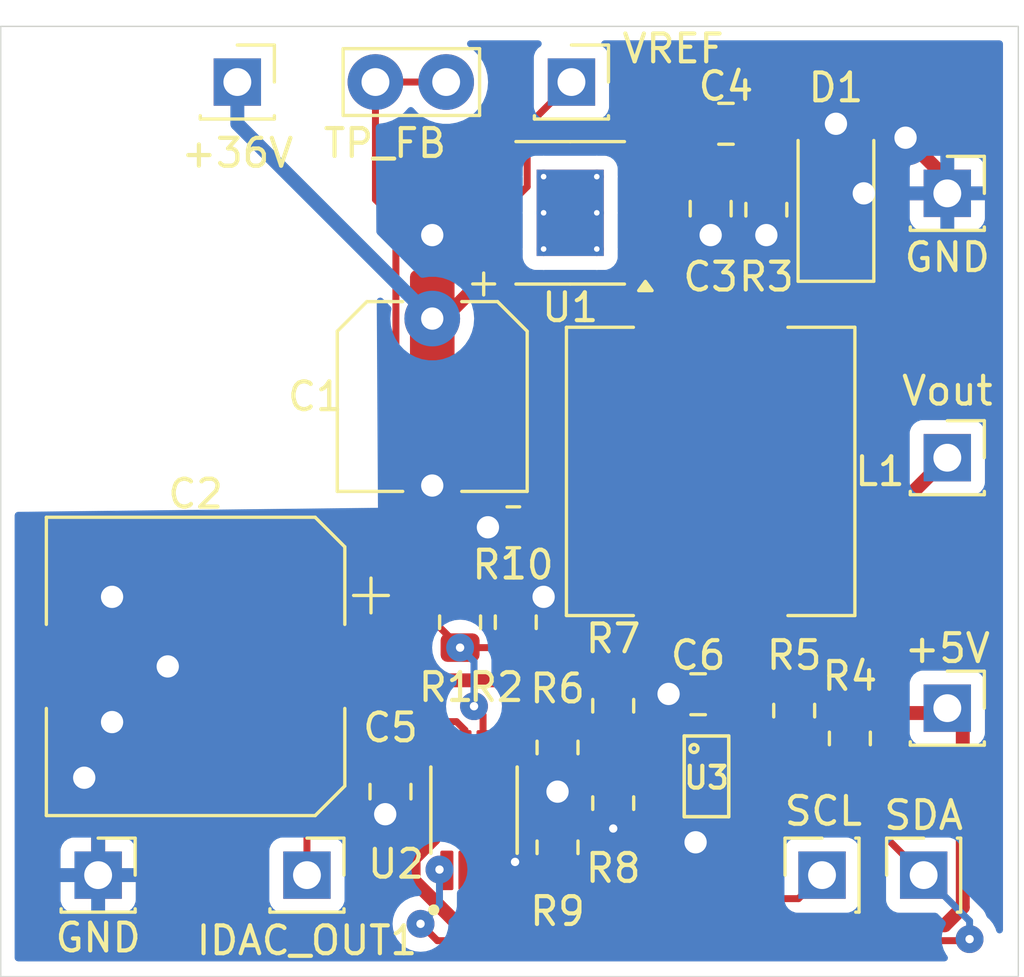
<source format=kicad_pcb>
(kicad_pcb (version 20240108) (generator "pcbnew") (generator_version "8.0")
  (layers (0 "F.Cu" signal) (31 "B.Cu" signal) (34 "B.Paste" user) (35 "F.Paste" user) (36 "B.SilkS" user "B.Silkscreen") (37 "F.SilkS" user "F.Silkscreen") (38 "B.Mask" user) (39 "F.Mask" user) (44 "Edge.Cuts" user))
  (net 0 "")
  (net 1 "+36V")
  (net 2 "GND")
  (net 3 "Net-(U1-COMP)")
  (net 4 "Net-(C4-Pad2)")
  (net 5 "+5V")
  (net 6 "/SCL")
  (net 7 "/SDA")
  (net 8 "Net-(J3-Pin_1)")
  (net 9 "Net-(J6-Pin_1)")
  (net 10 "Net-(U1-FB)")
  (net 11 "Net-(U2-FS0)")
  (net 12 "Net-(U3-AIN)")
  (net 13 "Net-(U2-FS1)")
  (net 15 "/Vout")
  (net 16 "/Vbuck_out")
  (footprint "Resistor_SMD:R_0805_2012Metric" (layer "F.Cu") (at 177.5 117.5875 90)
    (property "Reference" "R5" (at 1.9875 0 180) (layer "F.SilkS"))
    (property "Value" "4.7k")
    (fp_line (start -0.227064 -0.735) (end 0.227064 -0.735) (stroke (width 0.12)) (layer "F.SilkS"))
    (fp_line (start -0.227064 0.735) (end 0.227064 0.735) (stroke (width 0.12)) (layer "F.SilkS"))
    (pad "1" smd roundrect (at -0.9125 0 90) (size 1.025 1.4) (layers "F.Cu" "F.Paste" "F.Mask") (roundrect_rratio 0.243902) (net 6 "/SCL"))
    (pad "2" smd roundrect (at 0.9125 0 90) (size 1.025 1.4) (layers "F.Cu" "F.Paste" "F.Mask") (roundrect_rratio 0.243902) (net 5 "+5V"))
  )
  (footprint "Capacitor_SMD:C_0805_2012Metric" (layer "F.Cu") (at 175.05 96.5)
    (property "Reference" "C4" (at 0 -1.35 0) (layer "F.SilkS"))
    (property "Value" "22n")
    (fp_line (start -0.261252 -0.735) (end 0.261252 -0.735) (stroke (width 0.12)) (layer "F.SilkS"))
    (fp_line (start -0.261252 0.735) (end 0.261252 0.735) (stroke (width 0.12)) (layer "F.SilkS"))
    (pad "1" smd roundrect (at -0.95 0) (size 1 1.45) (layers "F.Cu" "F.Paste" "F.Mask") (net 3 "Net-(U1-COMP)"))
    (pad "2" smd roundrect (at 0.95 0) (size 1 1.45) (layers "F.Cu" "F.Paste" "F.Mask") (net 4 "Net-(C4-Pad2)"))
  )
  (footprint "Connector_PinSocket_2.54mm:PinSocket_1x01_P2.54mm_Vertical" (layer "F.Cu") (at 152.5 123.5)
    (property "Reference" "GND" (at 0 2.25 0) (layer "F.SilkS"))
    (property "Value" "GND")
    (fp_line (start -1.33 1.21) (end -1.33 1.33) (stroke (width 0.12)) (layer "F.SilkS"))
    (fp_line (start -1.33 1.33) (end 1.33 1.33) (stroke (width 0.12)) (layer "F.SilkS"))
    (fp_line (start 0 -1.33) (end 1.33 -1.33) (stroke (width 0.12)) (layer "F.SilkS"))
    (fp_line (start 1.33 -1.33) (end 1.33 0) (stroke (width 0.12)) (layer "F.SilkS"))
    (fp_line (start 1.33 1.21) (end 1.33 1.33) (stroke (width 0.12)) (layer "F.SilkS"))
    (pad "1" thru_hole rect (at 0 0) (size 1.7 1.7) (drill 1) (layers "*.Cu" "*.Mask") (net 2 "GND"))
  )
  (footprint "Resistor_SMD:R_0805_2012Metric" (layer "F.Cu") (at 169 118.9125 90)
    (property "Reference" "R6" (at 2.1125 0 180) (layer "F.SilkS"))
    (property "Value" "80k")
    (fp_line (start -0.227064 -0.735) (end 0.227064 -0.735) (stroke (width 0.12)) (layer "F.SilkS"))
    (fp_line (start -0.227064 0.735) (end 0.227064 0.735) (stroke (width 0.12)) (layer "F.SilkS"))
    (pad "1" smd roundrect (at -0.9125 0 90) (size 1.025 1.4) (layers "F.Cu" "F.Paste" "F.Mask") (roundrect_rratio 0.243902) (net 2 "GND"))
    (pad "2" smd roundrect (at 0.9125 0 90) (size 1.025 1.4) (layers "F.Cu" "F.Paste" "F.Mask") (roundrect_rratio 0.243902) (net 11 "Net-(U2-FS0)"))
  )
  (footprint "Resistor_SMD:R_0805_2012Metric" (layer "F.Cu") (at 171 120.9125 -90)
    (property "Reference" "R8" (at 2.3375 0 180) (layer "F.SilkS"))
    (property "Value" "20k")
    (fp_line (start -0.227064 0.735) (end 0.227064 0.735) (stroke (width 0.12)) (layer "F.SilkS"))
    (fp_line (start -0.227064 -0.735) (end 0.227064 -0.735) (stroke (width 0.12)) (layer "F.SilkS"))
    (pad "1" smd roundrect (at -0.9125 0 270) (size 1.025 1.4) (layers "F.Cu" "F.Paste" "F.Mask") (roundrect_rratio 0.243902) (net 12 "Net-(U3-AIN)"))
    (pad "2" smd roundrect (at 0.9125 0 270) (size 1.025 1.4) (layers "F.Cu" "F.Paste" "F.Mask") (roundrect_rratio 0.243902) (net 2 "GND"))
  )
  (footprint "Resistor_SMD:R_0805_2012Metric" (layer "F.Cu") (at 169 122.5 -90)
    (property "Reference" "R9" (at 2.3 0 360) (layer "F.SilkS"))
    (property "Value" "80k")
    (fp_line (start -0.227064 0.735) (end 0.227064 0.735) (stroke (width 0.12)) (layer "F.SilkS"))
    (fp_line (start -0.227064 -0.735) (end 0.227064 -0.735) (stroke (width 0.12)) (layer "F.SilkS"))
    (pad "1" smd roundrect (at -0.9125 0 270) (size 1.025 1.4) (layers "F.Cu" "F.Paste" "F.Mask") (roundrect_rratio 0.243902) (net 2 "GND"))
    (pad "2" smd roundrect (at 0.9125 0 270) (size 1.025 1.4) (layers "F.Cu" "F.Paste" "F.Mask") (roundrect_rratio 0.243902) (net 13 "Net-(U2-FS1)"))
  )
  (footprint "Connector_PinSocket_2.54mm:PinSocket_1x01_P2.54mm_Vertical" (layer "F.Cu") (at 157.5 95)
    (property "Reference" "+36V" (at 0 2.55 0) (layer "F.SilkS"))
    (property "Value" "+36V")
    (fp_line (start -1.33 1.21) (end -1.33 1.33) (stroke (width 0.12)) (layer "F.SilkS"))
    (fp_line (start -1.33 1.33) (end 1.33 1.33) (stroke (width 0.12)) (layer "F.SilkS"))
    (fp_line (start 0 -1.33) (end 1.33 -1.33) (stroke (width 0.12)) (layer "F.SilkS"))
    (fp_line (start 1.33 -1.33) (end 1.33 0) (stroke (width 0.12)) (layer "F.SilkS"))
    (fp_line (start 1.33 1.21) (end 1.33 1.33) (stroke (width 0.12)) (layer "F.SilkS"))
    (pad "1" thru_hole rect (at 0 0) (size 1.7 1.7) (drill 1) (layers "*.Cu" "*.Mask") (net 1 "+36V"))
  )
  (footprint "Resistor_SMD:R_0805_2012Metric" (layer "F.Cu") (at 176.5 99.5875 -90)
    (property "Reference" "R3" (at 2.4125 0 180) (layer "F.SilkS"))
    (property "Value" "4.7k")
    (fp_line (start -0.227064 0.735) (end 0.227064 0.735) (stroke (width 0.12)) (layer "F.SilkS"))
    (fp_line (start -0.227064 -0.735) (end 0.227064 -0.735) (stroke (width 0.12)) (layer "F.SilkS"))
    (pad "1" smd roundrect (at -0.9125 0 270) (size 1.025 1.4) (layers "F.Cu" "F.Paste" "F.Mask") (roundrect_rratio 0.243902) (net 4 "Net-(C4-Pad2)"))
    (pad "2" smd roundrect (at 0.9125 0 270) (size 1.025 1.4) (layers "F.Cu" "F.Paste" "F.Mask") (roundrect_rratio 0.243902) (net 2 "GND"))
  )
  (footprint "Resistor_SMD:R_0805_2012Metric" (layer "F.Cu") (at 167.5 114.4125 90)
    (property "Reference" "R2" (at -2.3375 -0.7 180) (layer "F.SilkS"))
    (property "Value" "100k")
    (fp_line (start -0.227064 -0.735) (end 0.227064 -0.735) (stroke (width 0.12)) (layer "F.SilkS"))
    (fp_line (start -0.227064 0.735) (end 0.227064 0.735) (stroke (width 0.12)) (layer "F.SilkS"))
    (pad "1" smd roundrect (at -0.9125 0 90) (size 1.025 1.4) (layers "F.Cu" "F.Paste" "F.Mask") (roundrect_rratio 0.243902) (net 10 "Net-(U1-FB)"))
    (pad "2" smd roundrect (at 0.9125 0 90) (size 1.025 1.4) (layers "F.Cu" "F.Paste" "F.Mask") (roundrect_rratio 0.243902) (net 2 "GND"))
  )
  (footprint "Connector_PinSocket_2.54mm:PinSocket_1x01_P2.54mm_Vertical" (layer "F.Cu") (at 169.5 95)
    (property "Reference" "VREF" (at 3.65 -1.2 0) (layer "F.SilkS"))
    (property "Value" "VREF")
    (fp_line (start -1.33 1.21) (end -1.33 1.33) (stroke (width 0.12)) (layer "F.SilkS"))
    (fp_line (start -1.33 1.33) (end 1.33 1.33) (stroke (width 0.12)) (layer "F.SilkS"))
    (fp_line (start 0 -1.33) (end 1.33 -1.33) (stroke (width 0.12)) (layer "F.SilkS"))
    (fp_line (start 1.33 -1.33) (end 1.33 0) (stroke (width 0.12)) (layer "F.SilkS"))
    (fp_line (start 1.33 1.21) (end 1.33 1.33) (stroke (width 0.12)) (layer "F.SilkS"))
    (pad "1" thru_hole rect (at 0 0) (size 1.7 1.7) (drill 1) (layers "*.Cu" "*.Mask") (net 8 "Net-(J3-Pin_1)"))
  )
  (footprint "Resistor_SMD:R_0805_2012Metric" (layer "F.Cu") (at 167.4125 111 180)
    (property "Reference" "R10" (at 0.0125 -1.35 360) (layer "F.SilkS"))
    (property "Value" "50k")
    (fp_line (start -0.227064 0.735) (end 0.227064 0.735) (stroke (width 0.12)) (layer "F.SilkS"))
    (fp_line (start -0.227064 -0.735) (end 0.227064 -0.735) (stroke (width 0.12)) (layer "F.SilkS"))
    (pad "1" smd roundrect (at -0.9125 0 180) (size 1.025 1.4) (layers "F.Cu" "F.Paste" "F.Mask") (roundrect_rratio 0.243902) (net 15 "/Vout"))
    (pad "2" smd roundrect (at 0.9125 0 180) (size 1.025 1.4) (layers "F.Cu" "F.Paste" "F.Mask") (roundrect_rratio 0.243902) (net 2 "GND"))
  )
  (footprint "Resistor_SMD:R_0805_2012Metric" (layer "F.Cu") (at 165.5 114.4125 -90)
    (property "Reference" "R1" (at 2.3375 0.5 180) (layer "F.SilkS"))
    (property "Value" "300k")
    (fp_line (start -0.227064 0.735) (end 0.227064 0.735) (stroke (width 0.12)) (layer "F.SilkS"))
    (fp_line (start -0.227064 -0.735) (end 0.227064 -0.735) (stroke (width 0.12)) (layer "F.SilkS"))
    (pad "1" smd roundrect (at -0.9125 0 270) (size 1.025 1.4) (layers "F.Cu" "F.Paste" "F.Mask") (roundrect_rratio 0.243902) (net 15 "/Vout"))
    (pad "2" smd roundrect (at 0.9125 0 270) (size 1.025 1.4) (layers "F.Cu" "F.Paste" "F.Mask") (roundrect_rratio 0.243902) (net 10 "Net-(U1-FB)"))
  )
  (footprint "Capacitor_SMD:CP_Elec_10x14.3" (layer "F.Cu") (at 156 116 180)
    (property "Reference" "C2" (at 0 6.2 180) (layer "F.SilkS"))
    (property "Value" "220u")
    (fp_line (start 5.36 5.36) (end 5.36 1.51) (stroke (width 0.12)) (layer "F.SilkS"))
    (fp_line (start 5.36 -5.36) (end 5.36 -1.51) (stroke (width 0.12)) (layer "F.SilkS"))
    (fp_line (start -4.295563 5.36) (end 5.36 5.36) (stroke (width 0.12)) (layer "F.SilkS"))
    (fp_line (start -4.295563 -5.36) (end 5.36 -5.36) (stroke (width 0.12)) (layer "F.SilkS"))
    (fp_line (start -5.36 4.295563) (end -4.295563 5.36) (stroke (width 0.12)) (layer "F.SilkS"))
    (fp_line (start -5.36 4.295563) (end -5.36 1.51) (stroke (width 0.12)) (layer "F.SilkS"))
    (fp_line (start -5.36 -4.295563) (end -4.295563 -5.36) (stroke (width 0.12)) (layer "F.SilkS"))
    (fp_line (start -5.36 -4.295563) (end -5.36 -1.51) (stroke (width 0.12)) (layer "F.SilkS"))
    (fp_line (start -6.3 1.925) (end -6.3 3.175) (stroke (width 0.12)) (layer "F.SilkS"))
    (fp_line (start -6.925 2.55) (end -5.675 2.55) (stroke (width 0.12)) (layer "F.SilkS"))
    (pad "1" smd roundrect (at -4.2 0 180) (size 4.4 2.5) (layers "F.Cu" "F.Paste" "F.Mask") (roundrect_rratio 0.1) (net 15 "/Vout"))
    (pad "2" smd roundrect (at 4.2 0 180) (size 4.4 2.5) (layers "F.Cu" "F.Paste" "F.Mask") (roundrect_rratio 0.1) (net 2 "GND"))
  )
  (footprint "Connector_PinSocket_2.54mm:PinSocket_1x01_P2.54mm_Vertical" (layer "F.Cu") (at 183 99)
    (property "Reference" "GND" (at 0 2.3 0) (layer "F.SilkS"))
    (property "Value" "GND")
    (fp_line (start -1.33 1.21) (end -1.33 1.33) (stroke (width 0.12)) (layer "F.SilkS"))
    (fp_line (start -1.33 1.33) (end 1.33 1.33) (stroke (width 0.12)) (layer "F.SilkS"))
    (fp_line (start 0 -1.33) (end 1.33 -1.33) (stroke (width 0.12)) (layer "F.SilkS"))
    (fp_line (start 1.33 -1.33) (end 1.33 0) (stroke (width 0.12)) (layer "F.SilkS"))
    (fp_line (start 1.33 1.21) (end 1.33 1.33) (stroke (width 0.12)) (layer "F.SilkS"))
    (pad "1" thru_hole rect (at 0 0) (size 1.7 1.7) (drill 1) (layers "*.Cu" "*.Mask") (net 2 "GND"))
  )
  (footprint "libjan:SOP65P490X110-8N" (layer "F.Cu") (at 166 121.165 90)
    (property "Reference" "U2" (at -1.935 -2.8 180) (layer "F.SilkS"))
    (property "Value" "DS4432U_")
    (fp_line (start -1.55 -1.55) (end 1.55 -1.55) (stroke (width 0.127)) (layer "F.SilkS"))
    (fp_line (start -1.55 1.55) (end 1.55 1.55) (stroke (width 0.127)) (layer "F.SilkS"))
    (fp_circle (center -3.585 -1.445) (end -3.485 -1.445) (stroke (width 0.2)) (fill none) (layer "F.SilkS"))
    (pad "1" smd roundrect (at -2.165 -0.975 90) (size 1.42 0.47) (layers "F.Cu" "F.Paste" "F.Mask") (roundrect_rratio 0.125) (net 7 "/SDA"))
    (pad "2" smd roundrect (at -2.165 -0.325 90) (size 1.42 0.47) (layers "F.Cu" "F.Paste" "F.Mask") (roundrect_rratio 0.125) (net 6 "/SCL"))
    (pad "3" smd roundrect (at -2.165 0.325 90) (size 1.42 0.47) (layers "F.Cu" "F.Paste" "F.Mask") (roundrect_rratio 0.125) (net 13 "Net-(U2-FS1)"))
    (pad "4" smd roundrect (at -2.165 0.975 90) (size 1.42 0.47) (layers "F.Cu" "F.Paste" "F.Mask") (roundrect_rratio 0.125) (net 2 "GND"))
    (pad "5" smd roundrect (at 2.165 0.975 90) (size 1.42 0.47) (layers "F.Cu" "F.Paste" "F.Mask") (roundrect_rratio 0.125) (net 11 "Net-(U2-FS0)"))
    (pad "6" smd roundrect (at 2.165 0.325 90) (size 1.42 0.47) (layers "F.Cu" "F.Paste" "F.Mask") (roundrect_rratio 0.125) (net 10 "Net-(U1-FB)"))
    (pad "7" smd roundrect (at 2.165 -0.325 90) (size 1.42 0.47) (layers "F.Cu" "F.Paste" "F.Mask") (roundrect_rratio 0.125) (net 9 "Net-(J6-Pin_1)"))
    (pad "8" smd roundrect (at 2.165 -0.975 90) (size 1.42 0.47) (layers "F.Cu" "F.Paste" "F.Mask") (roundrect_rratio 0.125) (net 5 "+5V"))
  )
  (footprint "Inductor_SMD:L_Vishay_IHLP-4040" (layer "F.Cu") (at 174.5 108.9925 -90)
    (property "Reference" "L1" (at 0 -6.08 180) (layer "F.SilkS"))
    (property "Value" "15u")
    (fp_line (start -5.18 5.18) (end 5.18 5.18) (stroke (width 0.12)) (layer "F.SilkS"))
    (fp_line (start 5.18 5.18) (end 5.18 2.775) (stroke (width 0.12)) (layer "F.SilkS"))
    (fp_line (start -5.18 2.775) (end -5.18 5.18) (stroke (width 0.12)) (layer "F.SilkS"))
    (fp_line (start -5.18 -2.775) (end -5.18 -5.18) (stroke (width 0.12)) (layer "F.SilkS"))
    (fp_line (start -5.18 -5.18) (end 5.18 -5.18) (stroke (width 0.12)) (layer "F.SilkS"))
    (fp_line (start 5.18 -5.18) (end 5.18 -2.775) (stroke (width 0.12)) (layer "F.SilkS"))
    (pad "1" smd rect (at -4.5075 0 270) (size 3.175 4.95) (layers "F.Cu" "F.Paste" "F.Mask") (net 16 "/Vbuck_out"))
    (pad "2" smd rect (at 4.5075 0 270) (size 3.175 4.95) (layers "F.Cu" "F.Paste" "F.Mask") (net 15 "/Vout"))
  )
  (footprint "Resistor_SMD:R_0805_2012Metric" (layer "F.Cu") (at 179.5 118.5875 90)
    (property "Reference" "R4" (at 2.2375 0 180) (layer "F.SilkS"))
    (property "Value" "4.7k")
    (fp_line (start -0.227064 -0.735) (end 0.227064 -0.735) (stroke (width 0.12)) (layer "F.SilkS"))
    (fp_line (start -0.227064 0.735) (end 0.227064 0.735) (stroke (width 0.12)) (layer "F.SilkS"))
    (pad "1" smd roundrect (at -0.9125 0 90) (size 1.025 1.4) (layers "F.Cu" "F.Paste" "F.Mask") (roundrect_rratio 0.243902) (net 7 "/SDA"))
    (pad "2" smd roundrect (at 0.9125 0 90) (size 1.025 1.4) (layers "F.Cu" "F.Paste" "F.Mask") (roundrect_rratio 0.243902) (net 5 "+5V"))
  )
  (footprint "TestPoint:TestPoint_Bridge_Pitch2.54mm_Drill1.0mm" (layer "F.Cu") (at 165 95 180)
    (property "Reference" "TP_FB" (at 2.2 -2.2 0) (layer "F.SilkS"))
    (property "Value" "Test_FB")
    (fp_line (start 3.7 1.2) (end 3.7 -1.2) (stroke (width 0.12)) (layer "F.SilkS"))
    (fp_line (start 3.7 -1.2) (end -1.2 -1.2) (stroke (width 0.12)) (layer "F.SilkS"))
    (fp_line (start -1.2 1.2) (end 3.7 1.2) (stroke (width 0.12)) (layer "F.SilkS"))
    (fp_line (start -1.2 -1.2) (end -1.2 1.2) (stroke (width 0.12)) (layer "F.SilkS"))
    (pad "1" thru_hole circle (at 0 0 180) (size 2 2) (drill 1) (layers "*.Cu" "*.Mask") (net 10 "Net-(U1-FB)"))
    (pad "1" thru_hole circle (at 2.54 0 180) (size 2 2) (drill 1) (layers "*.Cu" "*.Mask") (net 10 "Net-(U1-FB)"))
  )
  (footprint "Package_SO:HSOP-8-1EP_3.9x4.9mm_P1.27mm_EP2.41x3.1mm_ThermalVias" (layer "F.Cu") (at 169.455 99.7 180)
    (property "Reference" "U1" (at 0 -3.4 360) (layer "F.SilkS"))
    (property "Value" "L5973D")
    (fp_line (start 0 2.56) (end 1.95 2.56) (stroke (width 0.12)) (layer "F.SilkS"))
    (fp_line (start 0 2.56) (end -1.95 2.56) (stroke (width 0.12)) (layer "F.SilkS"))
    (fp_line (start 0 -2.56) (end 1.95 -2.56) (stroke (width 0.12)) (layer "F.SilkS"))
    (fp_line (start 0 -2.56) (end -1.95 -2.56) (stroke (width 0.12)) (layer "F.SilkS"))
    (fp_poly (pts (xy -2.7 -2.465) (xy -2.94 -2.795) (xy -2.46 -2.795) (xy -2.7 -2.465)) (stroke (width 0.12)) (fill solid) (layer "F.SilkS"))
    (pad "1" smd roundrect (at -2.65 -1.905 180) (size 1.6 0.6) (layers "F.Cu" "F.Paste" "F.Mask") (net 16 "/Vbuck_out"))
    (pad "2" smd roundrect (at -2.65 -0.635 180) (size 1.6 0.6) (layers "F.Cu" "F.Paste" "F.Mask"))
    (pad "3" smd roundrect (at -2.65 0.635 180) (size 1.6 0.6) (layers "F.Cu" "F.Paste" "F.Mask") (net 2 "GND"))
    (pad "4" smd roundrect (at -2.65 1.905 180) (size 1.6 0.6) (layers "F.Cu" "F.Paste" "F.Mask") (net 3 "Net-(U1-COMP)"))
    (pad "5" smd roundrect (at 2.65 1.905 180) (size 1.6 0.6) (layers "F.Cu" "F.Paste" "F.Mask") (net 10 "Net-(U1-FB)"))
    (pad "6" smd roundrect (at 2.65 0.635 180) (size 1.6 0.6) (layers "F.Cu" "F.Paste" "F.Mask") (net 8 "Net-(J3-Pin_1)"))
    (pad "7" smd roundrect (at 2.65 -0.635 180) (size 1.6 0.6) (layers "F.Cu" "F.Paste" "F.Mask") (net 2 "GND"))
    (pad "8" smd roundrect (at 2.65 -1.905 180) (size 1.6 0.6) (layers "F.Cu" "F.Paste" "F.Mask") (net 1 "+36V"))
    (pad "9" thru_hole circle (at -0.955 -1.3 180) (size 0.5 0.5) (drill 0.2) (property pad_prop_heatsink) (layers "*.Cu"))
    (pad "9" thru_hole circle (at -0.955 0 180) (size 0.5 0.5) (drill 0.2) (property pad_prop_heatsink) (layers "*.Cu"))
    (pad "9" thru_hole circle (at -0.955 1.3 180) (size 0.5 0.5) (drill 0.2) (property pad_prop_heatsink) (layers "*.Cu"))
    (pad "9" smd rect (at 0 0 180) (size 2.41 3.1) (property pad_prop_heatsink) (layers "F.Cu" "F.Mask"))
    (pad "9" smd rect (at 0 0 180) (size 2.41 3.1) (property pad_prop_heatsink) (layers "B.Cu"))
    (pad "9" thru_hole circle (at 0.955 -1.3 180) (size 0.5 0.5) (drill 0.2) (property pad_prop_heatsink) (layers "*.Cu"))
    (pad "9" thru_hole circle (at 0.955 0 180) (size 0.5 0.5) (drill 0.2) (property pad_prop_heatsink) (layers "*.Cu"))
    (pad "9" thru_hole circle (at 0.955 1.3 180) (size 0.5 0.5) (drill 0.2) (property pad_prop_heatsink) (layers "*.Cu"))
  )
  (footprint "Capacitor_SMD:C_0805_2012Metric" (layer "F.Cu") (at 163 120.5 -90)
    (property "Reference" "C5" (at -2.3 0 180) (layer "F.SilkS"))
    (property "Value" "100n")
    (fp_line (start -0.261252 0.735) (end 0.261252 0.735) (stroke (width 0.12)) (layer "F.SilkS"))
    (fp_line (start -0.261252 -0.735) (end 0.261252 -0.735) (stroke (width 0.12)) (layer "F.SilkS"))
    (pad "1" smd roundrect (at -0.95 0 270) (size 1 1.45) (layers "F.Cu" "F.Paste" "F.Mask") (net 5 "+5V"))
    (pad "2" smd roundrect (at 0.95 0 270) (size 1 1.45) (layers "F.Cu" "F.Paste" "F.Mask") (net 2 "GND"))
  )
  (footprint "Diode_SMD:D_SOD-128" (layer "F.Cu") (at 179 99 90)
    (property "Reference" "D1" (at 3.8 0 180) (layer "F.SilkS"))
    (property "Value" "60V,3A")
    (fp_line (start -3.16 -1.36) (end 1.9 -1.36) (stroke (width 0.12)) (layer "F.SilkS"))
    (fp_line (start -3.16 -1.36) (end -3.16 1.36) (stroke (width 0.12)) (layer "F.SilkS"))
    (fp_line (start -3.16 1.36) (end 1.9 1.36) (stroke (width 0.12)) (layer "F.SilkS"))
    (pad "1" smd roundrect (at -2.2 0 90) (size 1.4 2.1) (layers "F.Cu" "F.Paste" "F.Mask") (roundrect_rratio 0.1785714286) (net 16 "/Vbuck_out"))
    (pad "2" smd roundrect (at 2.2 0 90) (size 1.4 2.1) (layers "F.Cu" "F.Paste" "F.Mask") (roundrect_rratio 0.1785714286) (net 2 "GND"))
  )
  (footprint "libjan:SOT-23" (layer "F.Cu") (at 174.35 119.95 -90)
    (property "Reference" "U3" (at 0.05 0 180) (layer "F.SilkS") (effects (font (size 0.787402 0.787402))))
    (property "Value" "MCP3021")
    (fp_line (start -1.45 0.8) (end -1.45 -0.8) (stroke (width 0.127)) (layer "F.SilkS"))
    (fp_line (start 1.45 0.8) (end -1.45 0.8) (stroke (width 0.127)) (layer "F.SilkS"))
    (fp_line (start -1.45 -0.8) (end 1.45 -0.8) (stroke (width 0.127)) (layer "F.SilkS"))
    (fp_line (start 1.45 -0.8) (end 1.45 0.8) (stroke (width 0.127)) (layer "F.SilkS"))
    (fp_circle (center -1 0.45) (end -0.858581 0.45) (stroke (width 0.127)) (fill none) (layer "F.SilkS"))
    (pad "P$1" smd rect (at -0.95 1.35 270) (size 0.55 1) (layers "F.Cu" "F.Paste" "F.Mask") (net 5 "+5V"))
    (pad "P$2" smd rect (at 0 1.35 270) (size 0.55 1) (layers "F.Cu" "F.Paste" "F.Mask") (net 2 "GND"))
    (pad "P$3" smd rect (at 0.95 1.35 270) (size 0.55 1) (layers "F.Cu" "F.Paste" "F.Mask") (net 12 "Net-(U3-AIN)"))
    (pad "P$4" smd rect (at 0.95 -1.35 270) (size 0.55 1) (layers "F.Cu" "F.Paste" "F.Mask") (net 7 "/SDA"))
    (pad "P$5" smd rect (at -0.95 -1.35 270) (size 0.55 1) (layers "F.Cu" "F.Paste" "F.Mask") (net 6 "/SCL"))
  )
  (footprint "Resistor_SMD:R_0805_2012Metric" (layer "F.Cu") (at 171 117.4125 -90)
    (property "Reference" "R7" (at -2.4125 0 180) (layer "F.SilkS"))
    (property "Value" "200k")
    (fp_line (start -0.227064 0.735) (end 0.227064 0.735) (stroke (width 0.12)) (layer "F.SilkS"))
    (fp_line (start -0.227064 -0.735) (end 0.227064 -0.735) (stroke (width 0.12)) (layer "F.SilkS"))
    (pad "1" smd roundrect (at -0.9125 0 270) (size 1.025 1.4) (layers "F.Cu" "F.Paste" "F.Mask") (roundrect_rratio 0.243902) (net 15 "/Vout"))
    (pad "2" smd roundrect (at 0.9125 0 270) (size 1.025 1.4) (layers "F.Cu" "F.Paste" "F.Mask") (roundrect_rratio 0.243902) (net 12 "Net-(U3-AIN)"))
  )
  (footprint "Capacitor_SMD:C_0805_2012Metric" (layer "F.Cu") (at 174.5 99.55 -90)
    (property "Reference" "C3" (at 2.45 0 180) (layer "F.SilkS"))
    (property "Value" "220p")
    (fp_line (start -0.261252 0.735) (end 0.261252 0.735) (stroke (width 0.12)) (layer "F.SilkS"))
    (fp_line (start -0.261252 -0.735) (end 0.261252 -0.735) (stroke (width 0.12)) (layer "F.SilkS"))
    (pad "1" smd roundrect (at -0.95 0 270) (size 1 1.45) (layers "F.Cu" "F.Paste" "F.Mask") (net 3 "Net-(U1-COMP)"))
    (pad "2" smd roundrect (at 0.95 0 270) (size 1 1.45) (layers "F.Cu" "F.Paste" "F.Mask") (net 2 "GND"))
  )
  (footprint "Connector_PinSocket_2.54mm:PinSocket_1x01_P2.54mm_Vertical" (layer "F.Cu") (at 182.15 123.5 90)
    (property "Reference" "SDA" (at 2.15 0 180) (layer "F.SilkS"))
    (property "Value" "SDA")
    (fp_line (start 1.33 -1.33) (end 1.33 0) (stroke (width 0.12)) (layer "F.SilkS"))
    (fp_line (start 0 -1.33) (end 1.33 -1.33) (stroke (width 0.12)) (layer "F.SilkS"))
    (fp_line (start 1.33 1.21) (end 1.33 1.33) (stroke (width 0.12)) (layer "F.SilkS"))
    (fp_line (start -1.33 1.21) (end -1.33 1.33) (stroke (width 0.12)) (layer "F.SilkS"))
    (fp_line (start -1.33 1.33) (end 1.33 1.33) (stroke (width 0.12)) (layer "F.SilkS"))
    (pad "1" thru_hole rect (at 0 0 90) (size 1.7 1.7) (drill 1) (layers "*.Cu" "*.Mask") (net 7 "/SDA"))
  )
  (footprint "Capacitor_SMD:CP_Elec_6.3x5.3" (layer "F.Cu") (at 164.5 106.3 -90)
    (property "Reference" "C1" (at 0 4.2 180) (layer "F.SilkS"))
    (property "Value" "10u")
    (fp_line (start -2.345563 3.41) (end 3.41 3.41) (stroke (width 0.12)) (layer "F.SilkS"))
    (fp_line (start 3.41 3.41) (end 3.41 1.06) (stroke (width 0.12)) (layer "F.SilkS"))
    (fp_line (start -3.41 2.345563) (end -2.345563 3.41) (stroke (width 0.12)) (layer "F.SilkS"))
    (fp_line (start -3.41 2.345563) (end -3.41 1.06) (stroke (width 0.12)) (layer "F.SilkS"))
    (fp_line (start -4.4375 -1.8475) (end -3.65 -1.8475) (stroke (width 0.12)) (layer "F.SilkS"))
    (fp_line (start -4.04375 -2.24125) (end -4.04375 -1.45375) (stroke (width 0.12)) (layer "F.SilkS"))
    (fp_line (start -3.41 -2.345563) (end -3.41 -1.06) (stroke (width 0.12)) (layer "F.SilkS"))
    (fp_line (start -3.41 -2.345563) (end -2.345563 -3.41) (stroke (width 0.12)) (layer "F.SilkS"))
    (fp_line (start -2.345563 -3.41) (end 3.41 -3.41) (stroke (width 0.12)) (layer "F.SilkS"))
    (fp_line (start 3.41 -3.41) (end 3.41 -1.06) (stroke (width 0.12)) (layer "F.SilkS"))
    (pad "1" smd roundrect (at -2.8 0 270) (size 3.5 1.6) (layers "F.Cu" "F.Paste" "F.Mask") (roundrect_rratio 0.15625) (net 1 "+36V"))
    (pad "2" smd roundrect (at 2.8 0 270) (size 3.5 1.6) (layers "F.Cu" "F.Paste" "F.Mask") (roundrect_rratio 0.15625) (net 2 "GND"))
  )
  (footprint "Connector_PinSocket_2.54mm:PinSocket_1x01_P2.54mm_Vertical" (layer "F.Cu") (at 160 123.5)
    (property "Reference" "IDAC_OUT1" (at 0 2.35 0) (layer "F.SilkS"))
    (property "Value" "IDAC_OUT1")
    (fp_line (start -1.33 1.21) (end -1.33 1.33) (stroke (width 0.12)) (layer "F.SilkS"))
    (fp_line (start -1.33 1.33) (end 1.33 1.33) (stroke (width 0.12)) (layer "F.SilkS"))
    (fp_line (start 0 -1.33) (end 1.33 -1.33) (stroke (width 0.12)) (layer "F.SilkS"))
    (fp_line (start 1.33 -1.33) (end 1.33 0) (stroke (width 0.12)) (layer "F.SilkS"))
    (fp_line (start 1.33 1.21) (end 1.33 1.33) (stroke (width 0.12)) (layer "F.SilkS"))
    (pad "1" thru_hole rect (at 0 0) (size 1.7 1.7) (drill 1) (layers "*.Cu" "*.Mask") (net 9 "Net-(J6-Pin_1)"))
  )
  (footprint "Connector_PinSocket_2.54mm:PinSocket_1x01_P2.54mm_Vertical" (layer "F.Cu") (at 178.5 123.5 90)
    (property "Reference" "SCL" (at 2.3 0.05 180) (layer "F.SilkS"))
    (property "Value" "SCL")
    (fp_line (start 1.33 -1.33) (end 1.33 0) (stroke (width 0.12)) (layer "F.SilkS"))
    (fp_line (start 0 -1.33) (end 1.33 -1.33) (stroke (width 0.12)) (layer "F.SilkS"))
    (fp_line (start 1.33 1.21) (end 1.33 1.33) (stroke (width 0.12)) (layer "F.SilkS"))
    (fp_line (start -1.33 1.21) (end -1.33 1.33) (stroke (width 0.12)) (layer "F.SilkS"))
    (fp_line (start -1.33 1.33) (end 1.33 1.33) (stroke (width 0.12)) (layer "F.SilkS"))
    (pad "1" thru_hole rect (at 0 0 90) (size 1.7 1.7) (drill 1) (layers "*.Cu" "*.Mask") (net 6 "/SCL"))
  )
  (footprint "Capacitor_SMD:C_0805_2012Metric" (layer "F.Cu") (at 174.05 117 180)
    (property "Reference" "C6" (at 0 1.4 360) (layer "F.SilkS"))
    (property "Value" "100n")
    (fp_line (start -0.261252 0.735) (end 0.261252 0.735) (stroke (width 0.12)) (layer "F.SilkS"))
    (fp_line (start -0.261252 -0.735) (end 0.261252 -0.735) (stroke (width 0.12)) (layer "F.SilkS"))
    (pad "1" smd roundrect (at -0.95 0 180) (size 1 1.45) (layers "F.Cu" "F.Paste" "F.Mask") (net 5 "+5V"))
    (pad "2" smd roundrect (at 0.95 0 180) (size 1 1.45) (layers "F.Cu" "F.Paste" "F.Mask") (net 2 "GND"))
  )
  (footprint "Connector_PinSocket_2.54mm:PinSocket_1x01_P2.54mm_Vertical" (layer "F.Cu") (at 183 117.5)
    (property "Reference" "+5V" (at 0 -2.15 0) (layer "F.SilkS"))
    (property "Value" "+5V")
    (fp_line (start -1.33 1.21) (end -1.33 1.33) (stroke (width 0.12)) (layer "F.SilkS"))
    (fp_line (start -1.33 1.33) (end 1.33 1.33) (stroke (width 0.12)) (layer "F.SilkS"))
    (fp_line (start 0 -1.33) (end 1.33 -1.33) (stroke (width 0.12)) (layer "F.SilkS"))
    (fp_line (start 1.33 -1.33) (end 1.33 0) (stroke (width 0.12)) (layer "F.SilkS"))
    (fp_line (start 1.33 1.21) (end 1.33 1.33) (stroke (width 0.12)) (layer "F.SilkS"))
    (pad "1" thru_hole rect (at 0 0) (size 1.7 1.7) (drill 1) (layers "*.Cu" "*.Mask") (net 5 "+5V"))
  )
  (footprint "Connector_PinSocket_2.54mm:PinSocket_1x01_P2.54mm_Vertical" (layer "F.Cu") (at 183 108.5)
    (property "Reference" "Vout" (at 0 -2.4 0) (layer "F.SilkS"))
    (property "Value" "Vout")
    (fp_line (start -1.33 1.21) (end -1.33 1.33) (stroke (width 0.12)) (layer "F.SilkS"))
    (fp_line (start -1.33 1.33) (end 1.33 1.33) (stroke (width 0.12)) (layer "F.SilkS"))
    (fp_line (start 0 -1.33) (end 1.33 -1.33) (stroke (width 0.12)) (layer "F.SilkS"))
    (fp_line (start 1.33 -1.33) (end 1.33 0) (stroke (width 0.12)) (layer "F.SilkS"))
    (fp_line (start 1.33 1.21) (end 1.33 1.33) (stroke (width 0.12)) (layer "F.SilkS"))
    (pad "1" thru_hole rect (at 0 0) (size 1.7 1.7) (drill 1) (layers "*.Cu" "*.Mask") (net 15 "/Vout"))
  )
  (gr_rect (start 149 93) (end 185.55 127.15) (stroke (width 0.05)) (fill none) (layer "Edge.Cuts"))
  (segment (start 164.91 103.5) (end 166.805 101.605) (width 0.5) (layer "F.Cu") (net 1))
  (segment (start 164.5 103.5) (end 164.91 103.5) (width 0.5) (layer "F.Cu") (net 1))
  (via (at 164.5 103.5) (size 2) (drill 0.8) (layers "F.Cu" "B.Cu") (net 1))
  (segment (start 157.5 96.5) (end 164.5 103.5) (width 0.5) (layer "B.Cu") (net 1))
  (segment (start 157.5 95) (end 157.5 96.5) (width 0.5) (layer "B.Cu") (net 1))
  (segment (start 166.975 123.33) (end 167.17 123.33) (width 0.25) (layer "F.Cu") (net 2))
  (segment (start 152.5 120.5) (end 152 120) (width 0.5) (layer "F.Cu") (net 2))
  (segment (start 173.1 117) (end 173 117) (width 0.5) (layer "F.Cu") (net 2))
  (segment (start 171 121.825) (end 173.463837 121.825) (width 0.5) (layer "F.Cu") (net 2))
  (segment (start 173.065 99.065) (end 174.5 100.5) (width 0.5) (layer "F.Cu") (net 2))
  (segment (start 167.17 123.33) (end 167.474529 123.025471) (width 0.25) (layer "F.Cu") (net 2))
  (segment (start 183 99) (end 183 98.5) (width 0.5) (layer "F.Cu") (net 2))
  (segment (start 170.7625 121.5875) (end 171 121.825) (width 0.25) (layer "F.Cu") (net 2))
  (segment (start 183 98.5) (end 181.5 97) (width 0.5) (layer "F.Cu") (net 2))
  (segment (start 164.5 109.1) (end 164.5 109.5) (width 0.5) (layer "F.Cu") (net 2))
  (segment (start 183 99) (end 180 99) (width 0.5) (layer "F.Cu") (net 2))
  (segment (start 173.958837 120.223837) (end 173.958837 122.32) (width 0.5) (layer "F.Cu") (net 2))
  (segment (start 169 121.5875) (end 169 120.5) (width 0.5) (layer "F.Cu") (net 2))
  (segment (start 164.665 100.335) (end 164.5 100.5) (width 0.5) (layer "F.Cu") (net 2))
  (segment (start 151.8 116) (end 151.8 114.7) (width 0.5) (layer "F.Cu") (net 2))
  (segment (start 169 119.825) (end 169 120.5) (width 0.5) (layer "F.Cu") (net 2))
  (segment (start 152.5 123.5) (end 152.5 120.5) (width 0.5) (layer "F.Cu") (net 2))
  (segment (start 151.8 116) (end 151.8 116.8) (width 0.5) (layer "F.Cu") (net 2))
  (segment (start 172.105 99.065) (end 173.065 99.065) (width 0.5) (layer "F.Cu") (net 2))
  (segment (start 167.5 113.5) (end 168.5 113.5) (width 0.5) (layer "F.Cu") (net 2))
  (segment (start 166.805 100.335) (end 164.665 100.335) (width 0.5) (layer "F.Cu") (net 2))
  (segment (start 173 119.95) (end 173.685 119.95) (width 0.5) (layer "F.Cu") (net 2))
  (segment (start 163 121.45) (end 162.95 121.45) (width 0.5) (layer "F.Cu") (net 2))
  (segment (start 151.8 116) (end 155 116) (width 0.5) (layer "F.Cu") (net 2))
  (segment (start 151.8 114.7) (end 153 113.5) (width 0.5) (layer "F.Cu") (net 2))
  (segment (start 162.95 121.45) (end 162.810633 121.310633) (width 0.5) (layer "F.Cu") (net 2))
  (segment (start 151.8 116.8) (end 153 118) (width 0.5) (layer "F.Cu") (net 2))
  (segment (start 153.3 116) (end 153.3 115.2) (width 0.5) (layer "F.Cu") (net 2))
  (segment (start 173 117) (end 172.988837 116.988837) (width 0.5) (layer "F.Cu") (net 2))
  (segment (start 173.685 119.95) (end 173.958837 120.223837) (width 0.5) (layer "F.Cu") (net 2))
  (segment (start 173.463837 121.825) (end 173.958837 122.32) (width 0.5) (layer "F.Cu") (net 2))
  (segment (start 179 96.8) (end 179 96.5) (width 0.5) (layer "F.Cu") (net 2))
  (via (at 166.5 111) (size 2) (drill 0.8) (layers "F.Cu" "B.Cu") (net 2))
  (via (at 174.5 100.5) (size 2) (drill 0.8) (layers "F.Cu" "B.Cu") (net 2))
  (via (at 181.5 97) (size 2) (drill 0.8) (layers "F.Cu" "B.Cu") (net 2))
  (via (at 152 120) (size 2) (drill 0.8) (layers "F.Cu" "B.Cu") (net 2))
  (via (at 153 118) (size 2) (drill 0.8) (layers "F.Cu" "B.Cu") (net 2))
  (via (at 168.5 113.5) (size 2) (drill 0.8) (layers "F.Cu" "B.Cu") (net 2))
  (via (at 171 121.825) (size 1) (drill 0.3) (layers "F.Cu" "B.Cu") (net 2))
  (via (at 167.474529 123.025471) (size 1) (drill 0.3) (layers "F.Cu" "B.Cu") (net 2))
  (via (at 164.5 100.5) (size 2) (drill 0.8) (layers "F.Cu" "B.Cu") (net 2))
  (via (at 173.958837 122.32) (size 2) (drill 0.8) (layers "F.Cu" "B.Cu") (net 2))
  (via (at 176.5 100.5) (size 2) (drill 0.8) (layers "F.Cu" "B.Cu") (net 2))
  (via (at 172.988837 116.988837) (size 2) (drill 0.8) (layers "F.Cu" "B.Cu") (net 2))
  (via (at 162.810633 121.310633) (size 2) (drill 0.8) (layers "F.Cu" "B.Cu") (net 2))
  (via (at 153 113.5) (size 2) (drill 0.8) (layers "F.Cu" "B.Cu") (net 2))
  (via (at 169 120.5) (size 2) (drill 0.8) (layers "F.Cu" "B.Cu") (net 2))
  (via (at 179 96.5) (size 2) (drill 0.8) (layers "F.Cu" "B.Cu") (net 2))
  (via (at 164.5 109.5) (size 2) (drill 0.8) (layers "F.Cu" "B.Cu") (net 2))
  (via (at 180 99) (size 2) (drill 0.8) (layers "F.Cu" "B.Cu") (net 2))
  (via (at 155 116) (size 2) (drill 0.8) (layers "F.Cu" "B.Cu") (net 2))
  (segment (start 174.1 98.2) (end 174.5 98.6) (width 0.25) (layer "F.Cu") (net 3))
  (segment (start 173.4 96.5) (end 174.1 96.5) (width 0.25) (layer "F.Cu") (net 3))
  (segment (start 174.1 96.5) (end 174.1 98.2) (width 0.25) (layer "F.Cu") (net 3))
  (segment (start 172.105 97.795) (end 173.4 96.5) (width 0.25) (layer "F.Cu") (net 3))
  (segment (start 176 96.5) (end 176 98.175) (width 0.25) (layer "F.Cu") (net 4))
  (segment (start 176 98.175) (end 176.5 98.675) (width 0.25) (layer "F.Cu") (net 4))
  (segment (start 165.025 119) (end 163.55 119) (width 0.25) (layer "F.Cu") (net 5))
  (segment (start 163.83 123.685219) (end 165.444781 125.3) (width 0.5) (layer "F.Cu") (net 5))
  (segment (start 177.5 116.675) (end 175.325 116.675) (width 0.5) (layer "F.Cu") (net 5))
  (segment (start 165.444781 125.3) (end 182.91 125.3) (width 0.5) (layer "F.Cu") (net 5))
  (segment (start 182.91 125.3) (end 183.555 124.655) (width 0.5) (layer "F.Cu") (net 5))
  (segment (start 179.5 117.675) (end 182.825 117.675) (width 0.5) (layer "F.Cu") (net 5))
  (segment (start 164.55 122.194781) (end 163.83 122.914781) (width 0.5) (layer "F.Cu") (net 5))
  (segment (start 177.5 116.675) (end 178.5 116.675) (width 0.5) (layer "F.Cu") (net 5))
  (segment (start 164.55 121.027674) (end 164.55 122.194781) (width 0.5) (layer "F.Cu") (net 5))
  (segment (start 183.555 118.055) (end 183 117.5) (width 0.5) (layer "F.Cu") (net 5))
  (segment (start 182.825 117.675) (end 183 117.5) (width 0.5) (layer "F.Cu") (net 5))
  (segment (start 163.072326 119.55) (end 164.55 121.027674) (width 0.5) (layer "F.Cu") (net 5))
  (segment (start 178.5 116.675) (end 179.5 117.675) (width 0.5) (layer "F.Cu") (net 5))
  (segment (start 163.83 122.914781) (end 163.83 123.685219) (width 0.5) (layer "F.Cu") (net 5))
  (segment (start 163.55 119) (end 163 119.55) (width 0.25) (layer "F.Cu") (net 5))
  (segment (start 175.325 116.675) (end 175 117) (width 0.5) (layer "F.Cu") (net 5))
  (segment (start 183.555 124.655) (end 183.555 118.055) (width 0.5) (layer "F.Cu") (net 5))
  (segment (start 173 119) (end 175 117) (width 0.5) (layer "F.Cu") (net 5))
  (segment (start 163 119.55) (end 163.072326 119.55) (width 0.5) (layer "F.Cu") (net 5))
  (segment (start 177.5 118.5) (end 177.5 119.0125) (width 0.25) (layer "F.Cu") (net 6))
  (segment (start 174.513837 121.029451) (end 175.263837 121.779451) (width 0.25) (layer "F.Cu") (net 6))
  (segment (start 177.655 124.345) (end 178.5 123.5) (width 0.25) (layer "F.Cu") (net 6))
  (segment (start 174.513837 120.186163) (end 174.513837 121.029451) (width 0.25) (layer "F.Cu") (net 6))
  (segment (start 173.5 124.345) (end 177.655 124.345) (width 0.25) (layer "F.Cu") (net 6))
  (segment (start 175.263837 121.779451) (end 175.263837 122.860549) (width 0.25) (layer "F.Cu") (net 6))
  (segment (start 175.263837 122.860549) (end 173.779386 124.345) (width 0.25) (layer "F.Cu") (net 6))
  (segment (start 165.98 124.345) (end 173.5 124.345) (width 0.25) (layer "F.Cu") (net 6))
  (segment (start 177.5 118.5) (end 176.2 118.5) (width 0.25) (layer "F.Cu") (net 6))
  (segment (start 176.2 118.5) (end 175.7 119) (width 0.25) (layer "F.Cu") (net 6))
  (segment (start 175.7 119) (end 174.513837 120.186163) (width 0.25) (layer "F.Cu") (net 6))
  (segment (start 165.675 124.04) (end 165.98 124.345) (width 0.25) (layer "F.Cu") (net 6))
  (segment (start 165.675 123.33) (end 165.675 124.04) (width 0.25) (layer "F.Cu") (net 6))
  (segment (start 173.779386 124.345) (end 173.5 124.345) (width 0.25) (layer "F.Cu") (net 6))
  (segment (start 175.7 120.9) (end 176.6 120.9) (width 0.25) (layer "F.Cu") (net 7))
  (segment (start 183.745 125.855) (end 183.8 125.8) (width 0.25) (layer "F.Cu") (net 7))
  (segment (start 165.025 123.33) (end 164.79 123.33) (width 0.25) (layer "F.Cu") (net 7))
  (segment (start 179.5 120.85) (end 182.15 123.5) (width 0.25) (layer "F.Cu") (net 7))
  (segment (start 164.684563 125.855) (end 183.745 125.855) (width 0.25) (layer "F.Cu") (net 7))
  (segment (start 164.079563 125.25) (end 164.684563 125.855) (width 0.25) (layer "F.Cu") (net 7))
  (segment (start 179.5 119.5) (end 179.5 120.85) (width 0.25) (layer "F.Cu") (net 7))
  (segment (start 179.5 119.5) (end 179.75 119.5) (width 0.25) (layer "F.Cu") (net 7))
  (segment (start 176.6 120.9) (end 178 119.5) (width 0.25) (layer "F.Cu") (net 7))
  (segment (start 178 119.5) (end 179.5 119.5) (width 0.25) (layer "F.Cu") (net 7))
  (segment (start 164.79 123.33) (end 164.76 123.3) (width 0.25) (layer "F.Cu") (net 7))
  (via (at 183.8 125.8) (size 1) (drill 0.3) (layers "F.Cu" "B.Cu") (net 7))
  (via (at 164.76 123.3) (size 1) (drill 0.3) (layers "F.Cu" "B.Cu") (net 7))
  (via (at 164.079563 125.25) (size 1) (drill 0.3) (layers "F.Cu" "B.Cu") (net 7))
  (segment (start 183.8 125.8) (end 183.8 125.15) (width 0.25) (layer "B.Cu") (net 7))
  (segment (start 183.8 125.15) (end 182.15 123.5) (width 0.25) (layer "B.Cu") (net 7))
  (segment (start 164.76 123.3) (end 164.76 124.569563) (width 0.25) (layer "B.Cu") (net 7))
  (segment (start 164.76 124.569563) (end 164.079563 125.25) (width 0.25) (layer "B.Cu") (net 7))
  (segment (start 164.76 123.3) (end 164.76 123.59) (width 0.25) (layer "B.Cu") (net 7))
  (segment (start 166.805 99.065) (end 167.604999 99.065) (width 0.25) (layer "F.Cu") (net 8))
  (segment (start 167.91 96.59) (end 169.5 95) (width 0.25) (layer "F.Cu") (net 8))
  (segment (start 167.604999 99.065) (end 167.91 98.759999) (width 0.25) (layer "F.Cu") (net 8))
  (segment (start 166.805 99.065) (end 166.005001 99.065) (width 0.25) (layer "F.Cu") (net 8))
  (segment (start 167.91 98.759999) (end 167.91 96.59) (width 0.25) (layer "F.Cu") (net 8))
  (segment (start 160 121.033184) (end 160 123.5) (width 0.25) (layer "F.Cu") (net 9))
  (segment (start 165.675 118.29) (end 165.37 117.985) (width 0.25) (layer "F.Cu") (net 9))
  (segment (start 165.675 119) (end 165.675 118.29) (width 0.25) (layer "F.Cu") (net 9))
  (segment (start 165.37 117.985) (end 163.048184 117.985) (width 0.25) (layer "F.Cu") (net 9))
  (segment (start 163.048184 117.985) (end 160 121.033184) (width 0.25) (layer "F.Cu") (net 9))
  (segment (start 162.46 95) (end 162.46 99.224451) (width 0.25) (layer "F.Cu") (net 10))
  (segment (start 165 95) (end 162.46 95) (width 0.25) (layer "F.Cu") (net 10))
  (segment (start 162.46 99.224451) (end 163.195 99.959451) (width 0.25) (layer "F.Cu") (net 10))
  (segment (start 163.195 113.02) (end 163.195 99.959451) (width 0.25) (layer "F.Cu") (net 10))
  (segment (start 166.325 117.755) (end 166 117.43) (width 0.25) (layer "F.Cu") (net 10))
  (segment (start 165.5 115.325) (end 163.195 113.02) (width 0.25) (layer "F.Cu") (net 10))
  (segment (start 165.5 115.325) (end 167.5 115.325) (width 0.25) (layer "F.Cu") (net 10))
  (segment (start 163.195 99.959451) (end 165.359451 97.795) (width 0.25) (layer "F.Cu") (net 10))
  (segment (start 165.359451 97.795) (end 166.805 97.795) (width 0.25) (layer "F.Cu") (net 10))
  (segment (start 166.325 119) (end 166.325 117.755) (width 0.25) (layer "F.Cu") (net 10))
  (via (at 165.5 115.325) (size 1) (drill 0.3) (layers "F.Cu" "B.Cu") (net 10))
  (via (at 166 117.43) (size 1) (drill 0.3) (layers "F.Cu" "B.Cu") (net 10))
  (segment (start 166 117.43) (end 166 115.825) (width 0.25) (layer "B.Cu") (net 10))
  (segment (start 166 115.825) (end 165.5 115.325) (width 0.25) (layer "B.Cu") (net 10))
  (segment (start 169 118) (end 167.975 118) (width 0.25) (layer "F.Cu") (net 11))
  (segment (start 167.975 118) (end 166.975 119) (width 0.25) (layer "F.Cu") (net 11))
  (segment (start 171 120) (end 171 118.325) (width 0.25) (layer "F.Cu") (net 12))
  (segment (start 171 120) (end 171.9 120.9) (width 0.25) (layer "F.Cu") (net 12))
  (segment (start 173 120.9) (end 173 121) (width 0.25) (layer "F.Cu") (net 12))
  (segment (start 171.9 120.9) (end 173 120.9) (width 0.25) (layer "F.Cu") (net 12))
  (segment (start 166.945 122) (end 166.325 122.62) (width 0.25) (layer "F.Cu") (net 13))
  (segment (start 167.5875 122) (end 166.945 122) (width 0.25) (layer "F.Cu") (net 13))
  (segment (start 166.325 122.62) (end 166.325 123.33) (width 0.25) (layer "F.Cu") (net 13))
  (segment (start 169 123.4125) (end 167.5875 122) (width 0.25) (layer "F.Cu") (net 13))
  (segment (start 167.907674 112.07) (end 173.07 112.07) (width 0.5) (layer "F.Cu") (net 15))
  (segment (start 165.5 113.5) (end 166.57 112.43) (width 0.5) (layer "F.Cu") (net 15))
  (segment (start 173.07 112.07) (end 174.5 113.5) (width 0.5) (layer "F.Cu") (net 15))
  (segment (start 174 113.5) (end 171 116.5) (width 0.5) (layer "F.Cu") (net 15))
  (segment (start 172 111) (end 174.5 113.5) (width 0.5) (layer "F.Cu") (net 15))
  (segment (start 160.7 116.5) (end 171 116.5) (width 0.5) (layer "F.Cu") (net 15))
  (segment (start 174.5 113.5) (end 174 113.5) (width 0.5) (layer "F.Cu") (net 15))
  (segment (start 166.57 112.43) (end 167.547674 112.43) (width 0.5) (layer "F.Cu") (net 15))
  (segment (start 174.5 113.5) (end 178 113.5) (width 0.5) (layer "F.Cu") (net 15))
  (segment (start 167.547674 112.43) (end 167.907674 112.07) (width 0.5) (layer "F.Cu") (net 15))
  (segment (start 160.2 116) (end 160.7 116.5) (width 0.5) (layer "F.Cu") (net 15))
  (segment (start 178 113.5) (end 183 108.5) (width 0.5) (layer "F.Cu") (net 15))
  (segment (start 168.325 111) (end 172 111) (width 0.5) (layer "F.Cu") (net 15))
  (segment (start 175.715 104.485) (end 179 101.2) (width 0.5) (layer "F.Cu") (net 16))
  (segment (start 174.5 104.485) (end 175.715 104.485) (width 0.5) (layer "F.Cu") (net 16))
  (segment (start 172.105 101.605) (end 172.105 102.09) (width 0.5) (layer "F.Cu") (net 16))
  (segment (start 172.105 102.09) (end 174.5 104.485) (width 0.5) (layer "F.Cu") (net 16))
  (zone (net 2) (net_name "GND") (layer "B.Cu") (connect_pads (clearance 0.5)) (min_thickness 0.25) (fill yes (thermal_gap 0.5) (thermal_bridge_width 0.5))
    (polygon (pts (xy 149.15 110.45) (xy 162.55 110.3) (xy 162.45 93.05) (xy 185 93.05) (xy 185 126.6) (xy 149.05 126.6)))
  )
)
</source>
